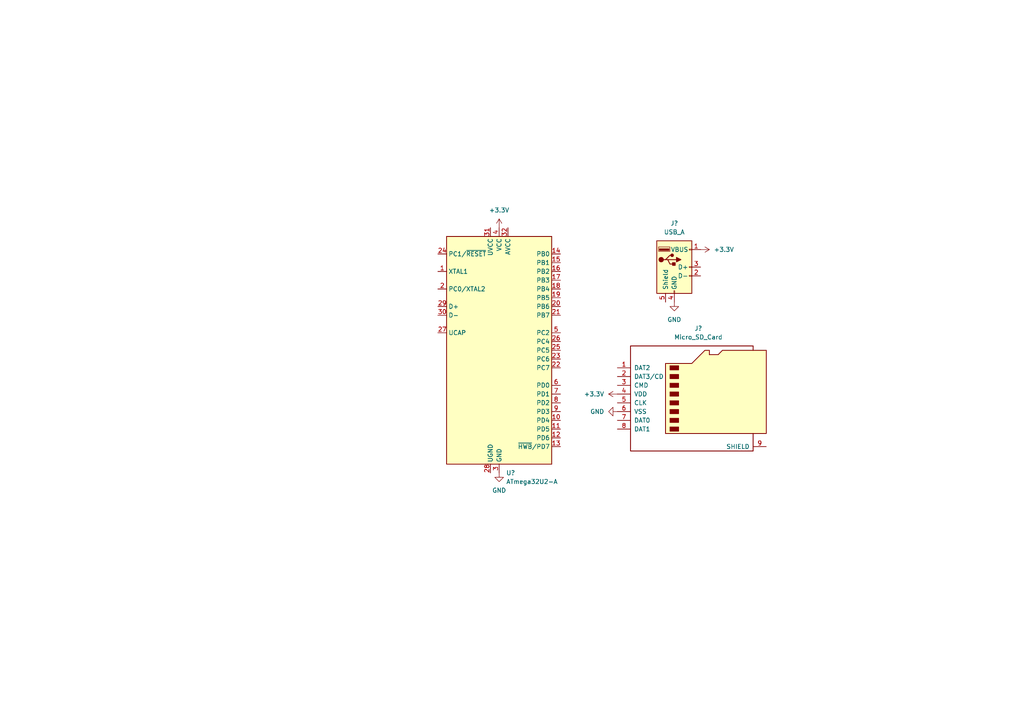
<source format=kicad_sch>
(kicad_sch (version 20211123) (generator eeschema)
  (paper "A4")
  (lib_symbols
    (symbol "Connector:Micro_SD_Card" (pin_names (offset 1.016))
      (property "Reference" "J" (at -16.51 15.24 0))
      (property "Value" "Micro_SD_Card" (at 16.51 15.24 0))
      (symbol "Micro_SD_Card_0_1"
        (rectangle (start -7.62 -9.525) (end -5.08 -10.795) (fill (type outline)))
        (rectangle (start -7.62 -6.985) (end -5.08 -8.255) (fill (type outline)))
        (rectangle (start -7.62 -4.445) (end -5.08 -5.715) (fill (type outline)))
        (rectangle (start -7.62 -1.905) (end -5.08 -3.175) (fill (type outline)))
        (rectangle (start -7.62 0.635) (end -5.08 -0.635) (fill (type outline)))
        (rectangle (start -7.62 3.175) (end -5.08 1.905) (fill (type outline)))
        (rectangle (start -7.62 5.715) (end -5.08 4.445) (fill (type outline)))
        (rectangle (start -7.62 8.255) (end -5.08 6.985) (fill (type outline)))
        (polyline (pts (xy 16.51 12.7) (xy 16.51 13.97) (xy -19.05 13.97) (xy -19.05 -16.51) (xy 16.51 -16.51) (xy 16.51 -11.43)) (stroke (width 0.254)))
        (polyline (pts (xy -8.89 -11.43) (xy -8.89 8.89) (xy -1.27 8.89) (xy 2.54 12.7) (xy 3.81 12.7) (xy 3.81 11.43) (xy 6.35 11.43) (xy 7.62 12.7) (xy 20.32 12.7) (xy 20.32 -11.43) (xy -8.89 -11.43)) (stroke (width 0.254)) (fill (type background)))
      )
      (symbol "Micro_SD_Card_1_1"
        (pin bidirectional line (at -22.86 7.62 0) (length 3.81) (name "DAT2") (number "1"))
        (pin bidirectional line (at -22.86 5.08 0) (length 3.81) (name "DAT3/CD") (number "2"))
        (pin input line (at -22.86 2.54 0) (length 3.81) (name "CMD") (number "3"))
        (pin power_in line (at -22.86 0 0) (length 3.81) (name "VDD") (number "4"))
        (pin input line (at -22.86 -2.54 0) (length 3.81) (name "CLK") (number "5"))
        (pin power_in line (at -22.86 -5.08 0) (length 3.81) (name "VSS") (number "6"))
        (pin bidirectional line (at -22.86 -7.62 0) (length 3.81) (name "DAT0") (number "7"))
        (pin bidirectional line (at -22.86 -10.16 0) (length 3.81) (name "DAT1") (number "8"))
        (pin passive line (at 20.32 -15.24 180) (length 3.81) (name "SHIELD") (number "9"))
      )
    )
    (symbol "Connector:USB_A" (pin_names (offset 1.016))
      (property "Reference" "J" (at -5.08 11.43 0))
      (property "Value" "USB_A" (at -5.08 8.89 0))
      (symbol "USB_A_0_1"
        (rectangle (start -5.08 -7.62) (end 5.08 7.62) (stroke (width 0.254)) (fill (type background)))
        (circle (center -3.81 2.159) (radius 0.635) (stroke (width 0.254)) (fill (type outline)))
        (rectangle (start -1.524 4.826) (end -4.318 5.334) (fill (type outline)))
        (rectangle (start -1.27 4.572) (end -4.572 5.842))
        (circle (center -0.635 3.429) (radius 0.381) (stroke (width 0.254)) (fill (type outline)))
        (rectangle (start -0.127 -7.62) (end 0.127 -6.858))
        (polyline (pts (xy -3.175 2.159) (xy -2.54 2.159) (xy -1.27 3.429) (xy -0.635 3.429)) (stroke (width 0.254)))
        (polyline (pts (xy -2.54 2.159) (xy -1.905 2.159) (xy -1.27 0.889) (xy 0 0.889)) (stroke (width 0.254)))
        (polyline (pts (xy 0.635 2.794) (xy 0.635 1.524) (xy 1.905 2.159) (xy 0.635 2.794)) (stroke (width 0.254)) (fill (type outline)))
        (rectangle (start 0.254 1.27) (end -0.508 0.508) (stroke (width 0.254)) (fill (type outline)))
        (rectangle (start 5.08 -2.667) (end 4.318 -2.413))
        (rectangle (start 5.08 -0.127) (end 4.318 0.127))
        (rectangle (start 5.08 4.953) (end 4.318 5.207))
      )
      (symbol "USB_A_1_1"
        (polyline (pts (xy -1.905 2.159) (xy 0.635 2.159)) (stroke (width 0.254)))
        (pin power_in line (at 7.62 5.08 180) (length 2.54) (name "VBUS") (number "1"))
        (pin bidirectional line (at 7.62 -2.54 180) (length 2.54) (name "D-") (number "2"))
        (pin bidirectional line (at 7.62 0 180) (length 2.54) (name "D+") (number "3"))
        (pin power_in line (at 0 -10.16 90) (length 2.54) (name "GND") (number "4"))
        (pin passive line (at -2.54 -10.16 90) (length 2.54) (name "Shield") (number "5"))
      )
    )
    (symbol "MCU_Microchip_ATmega:ATmega32U2-A"
      (property "Reference" "U" (at -15.24 34.29 0))
      (property "Value" "ATmega32U2-A" (at 2.54 -34.29 0))
      (symbol "ATmega32U2-A_0_1"
        (rectangle (start -15.24 -33.02) (end 15.24 33.02) (stroke (width 0.254)) (fill (type background)))
      )
      (symbol "ATmega32U2-A_1_1"
        (pin input line (at -17.78 22.86 0) (length 2.54) (name "XTAL1") (number "1"))
        (pin bidirectional line (at 17.78 -20.32 180) (length 2.54) (name "PD4") (number "10"))
        (pin bidirectional line (at 17.78 -22.86 180) (length 2.54) (name "PD5") (number "11"))
        (pin bidirectional line (at 17.78 -25.4 180) (length 2.54) (name "PD6") (number "12"))
        (pin bidirectional line (at 17.78 -27.94 180) (length 2.54) (name "~{HWB}/PD7") (number "13"))
        (pin bidirectional line (at 17.78 27.94 180) (length 2.54) (name "PB0") (number "14"))
        (pin bidirectional line (at 17.78 25.4 180) (length 2.54) (name "PB1") (number "15"))
        (pin bidirectional line (at 17.78 22.86 180) (length 2.54) (name "PB2") (number "16"))
        (pin bidirectional line (at 17.78 20.32 180) (length 2.54) (name "PB3") (number "17"))
        (pin bidirectional line (at 17.78 17.78 180) (length 2.54) (name "PB4") (number "18"))
        (pin bidirectional line (at 17.78 15.24 180) (length 2.54) (name "PB5") (number "19"))
        (pin bidirectional line (at -17.78 17.78 0) (length 2.54) (name "PC0/XTAL2") (number "2"))
        (pin bidirectional line (at 17.78 12.7 180) (length 2.54) (name "PB6") (number "20"))
        (pin bidirectional line (at 17.78 10.16 180) (length 2.54) (name "PB7") (number "21"))
        (pin bidirectional line (at 17.78 -5.08 180) (length 2.54) (name "PC7") (number "22"))
        (pin bidirectional line (at 17.78 -2.54 180) (length 2.54) (name "PC6") (number "23"))
        (pin bidirectional line (at -17.78 27.94 0) (length 2.54) (name "PC1/~{RESET}") (number "24"))
        (pin bidirectional line (at 17.78 0 180) (length 2.54) (name "PC5") (number "25"))
        (pin bidirectional line (at 17.78 2.54 180) (length 2.54) (name "PC4") (number "26"))
        (pin passive line (at -17.78 5.08 0) (length 2.54) (name "UCAP") (number "27"))
        (pin power_in line (at -2.54 -35.56 90) (length 2.54) (name "UGND") (number "28"))
        (pin bidirectional line (at -17.78 12.7 0) (length 2.54) (name "D+") (number "29"))
        (pin power_in line (at 0 -35.56 90) (length 2.54) (name "GND") (number "3"))
        (pin bidirectional line (at -17.78 10.16 0) (length 2.54) (name "D-") (number "30"))
        (pin power_in line (at -2.54 35.56 270) (length 2.54) (name "UVCC") (number "31"))
        (pin power_in line (at 2.54 35.56 270) (length 2.54) (name "AVCC") (number "32"))
        (pin power_in line (at 0 35.56 270) (length 2.54) (name "VCC") (number "4"))
        (pin bidirectional line (at 17.78 5.08 180) (length 2.54) (name "PC2") (number "5"))
        (pin bidirectional line (at 17.78 -10.16 180) (length 2.54) (name "PD0") (number "6"))
        (pin bidirectional line (at 17.78 -12.7 180) (length 2.54) (name "PD1") (number "7"))
        (pin bidirectional line (at 17.78 -15.24 180) (length 2.54) (name "PD2") (number "8"))
        (pin bidirectional line (at 17.78 -17.78 180) (length 2.54) (name "PD3") (number "9"))
      )
    )
    (symbol "power:+3.3V" (power) (pin_names (offset 0))
      (property "Value" "+3.3V" (at 0 3.556 0))
      (symbol "+3.3V_0_1"
        (polyline (pts (xy -0.762 1.27) (xy 0 2.54)))
        (polyline (pts (xy 0 0) (xy 0 2.54)))
        (polyline (pts (xy 0 2.54) (xy 0.762 1.27)))
      )
      (symbol "+3.3V_1_1"
        (pin power_in line (at 0 0 90) (length 0) hide (name "+3.3V") (number "1"))
      )
    )
    (symbol "power:GND" (power) (pin_names (offset 0))
      (property "Value" "GND" (at 0 -3.81 0))
      (symbol "GND_0_1"
        (polyline (pts (xy 0 0) (xy 0 -1.27) (xy 1.27 -1.27) (xy 0 -2.54) (xy -1.27 -1.27) (xy 0 -1.27)))
      )
      (symbol "GND_1_1"
        (pin power_in line (at 0 0 270) (length 0) hide (name "GND") (number "1"))
      )
    )
  )
  (symbol (lib_id "power:+3.3V") (at 203.2 72.39 270) (unit 1)
    (property "Reference" "#PWR?" (effects hide))
    (property "Value" "+3.3V" (at 207.01 72.3899 90) (effects (justify left)))
  )
  (symbol (lib_id "power:GND") (at 195.58 87.63 0) (unit 1)
    (property "Reference" "#PWR?" (effects hide))
    (property "Value" "GND" (at 195.58 92.71 0))
  )
  (symbol (lib_id "Connector:USB_A") (at 195.58 77.47 0) (unit 1)
    (property "Reference" "J?" (at 195.58 64.77 0))
    (property "Value" "USB_A" (at 195.58 67.31 0))
    (property "Datasheet" " ~" (effects hide))
  )
  (symbol (lib_id "Connector:Micro_SD_Card") (at 201.93 114.3 0) (unit 1)
    (property "Reference" "J?" (at 202.565 95.25 0))
    (property "Value" "Micro_SD_Card" (at 202.565 97.79 0))
    (property "Datasheet" "http://katalog.we-online.de/em/datasheet/693072010801.pdf" (effects hide))
  )
  (symbol (lib_id "power:+3.3V") (at 144.78 66.04 0) (unit 1)
    (property "Reference" "#PWR?" (effects hide))
    (property "Value" "+3.3V" (at 144.78 60.96 0))
  )
  (symbol (lib_id "MCU_Microchip_ATmega:ATmega32U2-A") (at 144.78 101.6 0) (unit 1)
    (property "Reference" "U?" (at 146.7994 137.16 0) (effects (justify left)))
    (property "Value" "ATmega32U2-A" (at 146.7994 139.7 0) (effects (justify left)))
    (property "Footprint" "Package_QFP:TQFP-32_7x7mm_P0.8mm" (effects hide))
    (property "Datasheet" "http://ww1.microchip.com/downloads/en/DeviceDoc/doc7799.pdf" (effects hide))
  )
  (symbol (lib_id "power:GND") (at 179.07 119.38 270) (unit 1)
    (property "Reference" "#PWR?" (effects hide))
    (property "Value" "GND" (at 175.26 119.3799 90) (effects (justify right)))
  )
  (symbol (lib_id "power:GND") (at 144.78 137.16 0) (unit 1)
    (property "Reference" "#PWR?" (effects hide))
    (property "Value" "GND" (at 144.78 142.24 0))
  )
  (symbol (lib_id "power:+3.3V") (at 179.07 114.3 90) (unit 1)
    (property "Reference" "#PWR?" (effects hide))
    (property "Value" "+3.3V" (at 175.26 114.2999 90) (effects (justify left)))
  )
)
</source>
